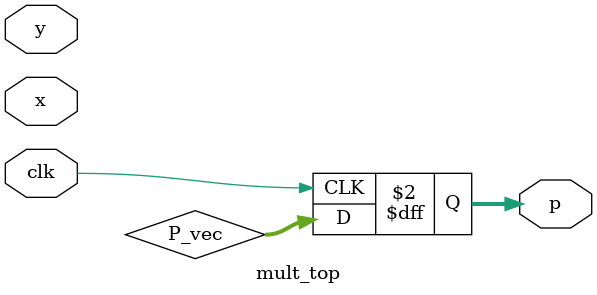
<source format=v>
module mult_top(
    // Clock and reset
    input clk,
    // Input X has a form x_i%d where %d denotes the bit number
	input [15:0] x,
    // Input Y has a form y_i%d where %d denotes the bit number
	input [15:0] y,
    // Output P has a form p_out%d where %d denotes the bit number
	output reg [31:0] p
    );

	reg [15:0] X_vec;
	reg [15:0] Y_vec;
    // Now we have X_vec and Y_vec signal
    // Then we do processing with these signals and store the
    // intermidiate result in P_vec
    // For example purposes X_vec and Y_vec are concanated and stored in P_vec
	wire [31:0] P_vec;







    always @(posedge clk)
    begin
        X_vec = x;
        Y_vec = y;
        p = P_vec;
    end

endmodule
</source>
